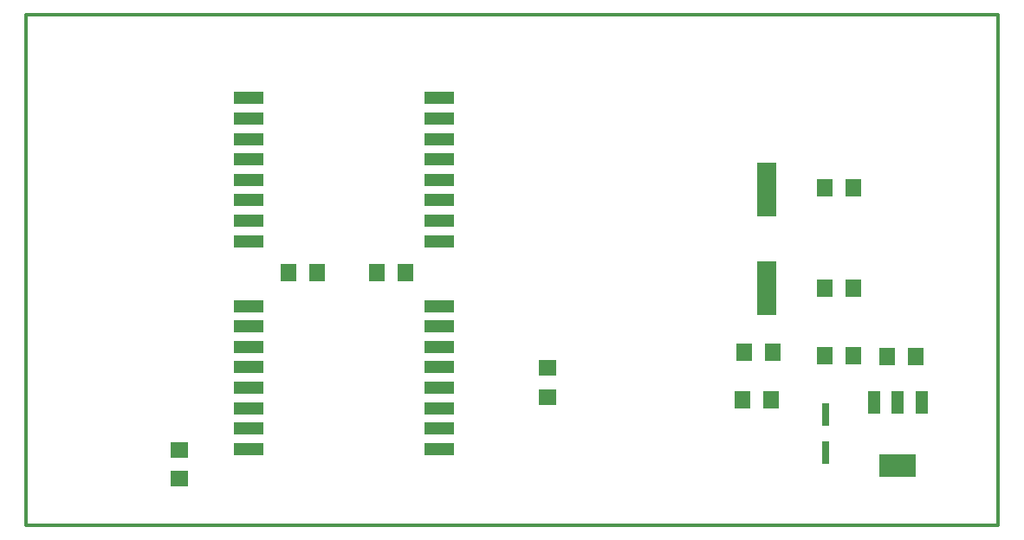
<source format=gtp>
G75*
%MOIN*%
%OFA0B0*%
%FSLAX24Y24*%
%IPPOS*%
%LPD*%
%AMOC8*
5,1,8,0,0,1.08239X$1,22.5*
%
%ADD10C,0.0120*%
%ADD11R,0.1181X0.0472*%
%ADD12R,0.0480X0.0880*%
%ADD13R,0.1417X0.0866*%
%ADD14R,0.0630X0.0709*%
%ADD15R,0.0760X0.2100*%
%ADD16R,0.0256X0.0866*%
%ADD17R,0.0709X0.0630*%
D10*
X000160Y000160D02*
X037562Y000160D01*
X037562Y019845D01*
X000160Y019845D01*
X000160Y000160D01*
D11*
X008714Y003106D03*
X008714Y003893D03*
X008714Y004681D03*
X008714Y005468D03*
X008714Y006256D03*
X008714Y007043D03*
X008714Y007830D03*
X008714Y008618D03*
X008713Y011114D03*
X008713Y011902D03*
X008713Y012689D03*
X008713Y013477D03*
X008713Y014264D03*
X008713Y015051D03*
X008713Y015839D03*
X008713Y016626D03*
X016075Y016626D03*
X016075Y015839D03*
X016075Y015051D03*
X016075Y014264D03*
X016075Y013477D03*
X016075Y012689D03*
X016075Y011902D03*
X016075Y011114D03*
X016076Y008618D03*
X016076Y007830D03*
X016076Y007043D03*
X016076Y006256D03*
X016076Y005468D03*
X016076Y004681D03*
X016076Y003893D03*
X016076Y003106D03*
D12*
X032793Y004916D03*
X033703Y004916D03*
X034613Y004916D03*
D13*
X033703Y002475D03*
D14*
X028837Y004994D03*
X027735Y004994D03*
X030893Y006697D03*
X031995Y006697D03*
X033296Y006664D03*
X034399Y006664D03*
X032010Y009300D03*
X030907Y009300D03*
X028884Y006849D03*
X027781Y006849D03*
X030904Y013166D03*
X032007Y013166D03*
X014766Y009914D03*
X013664Y009914D03*
X011361Y009891D03*
X010259Y009891D03*
D15*
X028663Y009294D03*
X028663Y013094D03*
D16*
X030916Y004442D03*
X030916Y002985D03*
D17*
X020239Y005121D03*
X020239Y006223D03*
X006066Y003073D03*
X006066Y001971D03*
M02*

</source>
